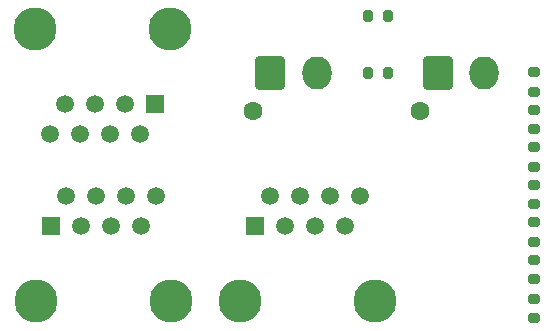
<source format=gbr>
%TF.GenerationSoftware,KiCad,Pcbnew,(7.0.0-0)*%
%TF.CreationDate,2023-02-23T13:52:58+03:00*%
%TF.ProjectId,KSS,4b53532e-6b69-4636-9164-5f7063625858,rev?*%
%TF.SameCoordinates,Original*%
%TF.FileFunction,Soldermask,Top*%
%TF.FilePolarity,Negative*%
%FSLAX46Y46*%
G04 Gerber Fmt 4.6, Leading zero omitted, Abs format (unit mm)*
G04 Created by KiCad (PCBNEW (7.0.0-0)) date 2023-02-23 13:52:58*
%MOMM*%
%LPD*%
G01*
G04 APERTURE LIST*
G04 Aperture macros list*
%AMRoundRect*
0 Rectangle with rounded corners*
0 $1 Rounding radius*
0 $2 $3 $4 $5 $6 $7 $8 $9 X,Y pos of 4 corners*
0 Add a 4 corners polygon primitive as box body*
4,1,4,$2,$3,$4,$5,$6,$7,$8,$9,$2,$3,0*
0 Add four circle primitives for the rounded corners*
1,1,$1+$1,$2,$3*
1,1,$1+$1,$4,$5*
1,1,$1+$1,$6,$7*
1,1,$1+$1,$8,$9*
0 Add four rect primitives between the rounded corners*
20,1,$1+$1,$2,$3,$4,$5,0*
20,1,$1+$1,$4,$5,$6,$7,0*
20,1,$1+$1,$6,$7,$8,$9,0*
20,1,$1+$1,$8,$9,$2,$3,0*%
G04 Aperture macros list end*
%ADD10C,3.650000*%
%ADD11R,1.500000X1.500000*%
%ADD12C,1.500000*%
%ADD13RoundRect,0.200000X-0.200000X-0.275000X0.200000X-0.275000X0.200000X0.275000X-0.200000X0.275000X0*%
%ADD14RoundRect,0.200000X-0.275000X0.200000X-0.275000X-0.200000X0.275000X-0.200000X0.275000X0.200000X0*%
%ADD15RoundRect,0.200000X0.275000X-0.200000X0.275000X0.200000X-0.275000X0.200000X-0.275000X-0.200000X0*%
%ADD16C,1.600000*%
%ADD17RoundRect,0.250000X-0.980000X-1.150000X0.980000X-1.150000X0.980000X1.150000X-0.980000X1.150000X0*%
%ADD18O,2.460000X2.800000*%
%ADD19RoundRect,0.200000X0.200000X0.275000X-0.200000X0.275000X-0.200000X-0.275000X0.200000X-0.275000X0*%
G04 APERTURE END LIST*
D10*
%TO.C,J3*%
X127244500Y-102100000D03*
X138674500Y-102100000D03*
D11*
X128514499Y-95749999D03*
D12*
X129784500Y-93210000D03*
X131054500Y-95750000D03*
X132324500Y-93210000D03*
X133594500Y-95750000D03*
X134864500Y-93210000D03*
X136134500Y-95750000D03*
X137404500Y-93210000D03*
%TD*%
D13*
%TO.C,I1*%
X138113000Y-82804000D03*
X139763000Y-82804000D03*
%TD*%
D14*
%TO.C,4*%
X152146000Y-89091000D03*
X152146000Y-90741000D03*
%TD*%
%TO.C,6*%
X152146000Y-95441000D03*
X152146000Y-97091000D03*
%TD*%
D15*
%TO.C,1*%
X152145994Y-84391000D03*
X152145994Y-82741000D03*
%TD*%
D16*
%TO.C,XA1*%
X128320600Y-86029400D03*
D17*
X129820600Y-82779400D03*
D18*
X133780599Y-82779399D03*
%TD*%
D14*
%TO.C,5*%
X152146000Y-92266000D03*
X152146000Y-93916000D03*
%TD*%
D10*
%TO.C,J1*%
X109972500Y-102100000D03*
X121402500Y-102100000D03*
D11*
X111242499Y-95749999D03*
D12*
X112512500Y-93210000D03*
X113782500Y-95750000D03*
X115052500Y-93210000D03*
X116322500Y-95750000D03*
X117592500Y-93210000D03*
X118862500Y-95750000D03*
X120132500Y-93210000D03*
%TD*%
D10*
%TO.C,J2*%
X121294500Y-79088600D03*
X109864500Y-79088600D03*
D11*
X120024499Y-85438599D03*
D12*
X118754500Y-87978600D03*
X117484500Y-85438600D03*
X116214500Y-87978600D03*
X114944500Y-85438600D03*
X113674500Y-87978600D03*
X112404500Y-85438600D03*
X111134500Y-87978600D03*
%TD*%
D16*
%TO.C,XA2*%
X142467200Y-86004000D03*
D17*
X143967200Y-82754000D03*
D18*
X147927199Y-82753999D03*
%TD*%
D14*
%TO.C,3*%
X152146000Y-85916000D03*
X152146000Y-87566000D03*
%TD*%
%TO.C,7*%
X152146000Y-98616000D03*
X152146000Y-100266000D03*
%TD*%
D19*
%TO.C,I2*%
X139763000Y-77978000D03*
X138113000Y-77978000D03*
%TD*%
D14*
%TO.C,8*%
X152146000Y-101918000D03*
X152146000Y-103568000D03*
%TD*%
M02*

</source>
